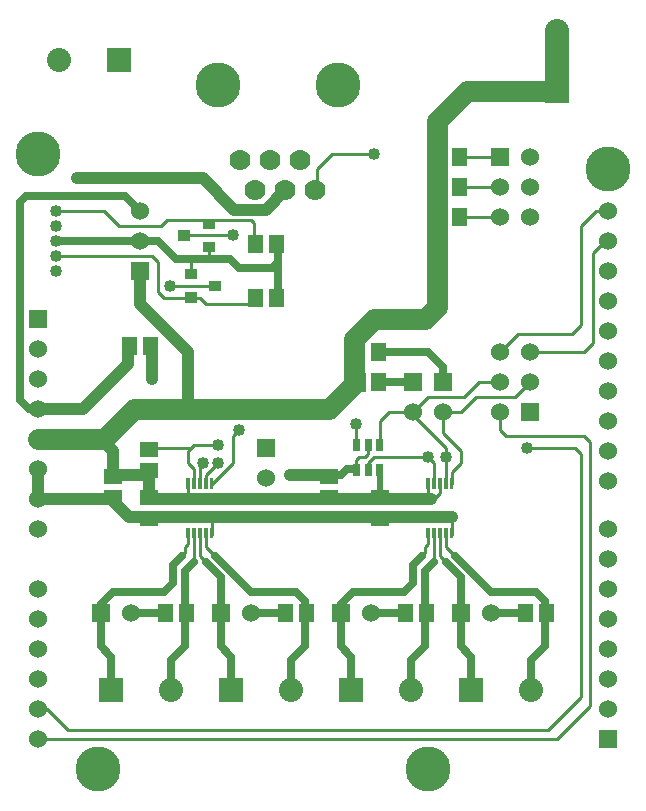
<source format=gbr>
G04 start of page 2 for group 0 idx 0 *
G04 Title: (unknown), component *
G04 Creator: pcb 20110918 *
G04 CreationDate: Sat 02 Feb 2013 09:04:15 PM GMT UTC *
G04 For: petersen *
G04 Format: Gerber/RS-274X *
G04 PCB-Dimensions: 210000 270000 *
G04 PCB-Coordinate-Origin: lower left *
%MOIN*%
%FSLAX25Y25*%
%LNTOP*%
%ADD30C,0.1280*%
%ADD29C,0.0300*%
%ADD28C,0.0240*%
%ADD27C,0.0480*%
%ADD26C,0.0380*%
%ADD25C,0.1285*%
%ADD24R,0.0240X0.0240*%
%ADD23R,0.0340X0.0340*%
%ADD22R,0.0562X0.0562*%
%ADD21R,0.0117X0.0117*%
%ADD20R,0.0512X0.0512*%
%ADD19C,0.0001*%
%ADD18C,0.0600*%
%ADD17C,0.1500*%
%ADD16C,0.0800*%
%ADD15C,0.0200*%
%ADD14C,0.0100*%
%ADD13C,0.0700*%
%ADD12C,0.0400*%
%ADD11C,0.0250*%
G54D11*X34500Y37500D02*Y47500D01*
X31000Y51000D01*
Y65000D01*
G54D12*X22000Y100000D02*X35000D01*
X34500Y108000D02*X46500D01*
X47000Y104000D02*Y101000D01*
X34500Y100000D02*X40500Y94000D01*
X10000Y110000D02*Y100000D01*
X26000D01*
X35000Y116000D02*Y108000D01*
X47000Y100000D02*Y110000D01*
G54D13*X10000Y120000D02*X31000D01*
G54D11*X10000Y130000D02*X7000D01*
X4000Y133000D01*
G54D12*X10000Y130000D02*X25000D01*
G54D14*X75000Y121000D02*X77000Y123000D01*
X47000Y117000D02*X61000D01*
X62000Y118000D01*
X68000Y105000D02*X75000Y112000D01*
Y121000D01*
G54D12*X31000Y120000D02*X35000Y116000D01*
G54D13*X26000Y120000D02*X32000D01*
X42000Y130000D01*
X55000D01*
G54D11*X99000Y62000D02*Y51000D01*
X111000D02*Y62000D01*
Y65000D02*X115000Y69000D01*
X111000Y65000D02*Y58000D01*
X99000Y51000D02*X94500Y46500D01*
Y35500D01*
X114500Y36500D02*Y47500D01*
X111000Y51000D01*
G54D14*X10000Y20000D02*X183000D01*
X20000Y23000D02*X180000D01*
G54D11*X81000Y62000D02*X92000D01*
X41000D02*X53000D01*
X121000D02*X132000D01*
X161000D02*X173000D01*
X54500Y36500D02*Y46500D01*
X59000Y51000D01*
Y63000D01*
X74500Y37500D02*Y47500D01*
X71000Y51000D01*
Y74000D01*
X69000Y81000D02*X81000Y69000D01*
X96000D01*
X99000Y66000D01*
Y60000D01*
G54D14*X10000Y30000D02*X13000D01*
X20000Y23000D01*
G54D11*X134500Y35500D02*Y46500D01*
X139000Y51000D01*
X154500Y36500D02*Y47500D01*
X151000Y51000D01*
X174500Y35500D02*Y46500D01*
X179000Y51000D01*
X151000D02*Y62000D01*
X179000Y51000D02*Y63000D01*
X139000Y61000D02*Y76000D01*
X142000Y79000D01*
X115000Y69000D02*X132000D01*
X135000Y72000D01*
Y78000D01*
X138000Y81000D01*
G54D14*X139000Y82000D01*
Y84000D01*
X140000Y85000D01*
Y89000D01*
X142000D02*Y79000D01*
X144000Y89000D02*Y81000D01*
X146000Y89000D02*Y84000D01*
G54D11*X139000Y51000D02*Y63000D01*
X151000Y51000D02*Y74000D01*
X146000Y79000D01*
G54D14*X144000Y81000D02*X146000Y79000D01*
Y84000D02*X149000Y81000D01*
G54D11*X161000Y69000D01*
X176000D01*
X179000Y66000D01*
Y59000D01*
G54D14*X183000Y20000D02*X187000Y24000D01*
X180000Y23000D02*X184000Y27000D01*
X186000Y23000D02*X194000Y31000D01*
X182000Y25000D02*X191000Y34000D01*
X194000Y31000D02*Y119000D01*
X191000Y34000D02*Y115000D01*
X120000Y109000D02*Y112000D01*
X122000Y114000D01*
X140000D01*
Y106000D02*Y99000D01*
X151000Y116000D02*Y112000D01*
X148000Y109000D01*
Y105000D01*
X116000Y110000D02*Y113000D01*
X117000Y114000D01*
X119000D02*X117000D01*
X120100Y118000D02*Y115100D01*
X119000Y114000D01*
G54D15*X124000Y110000D02*Y100000D01*
G54D11*X59000Y61000D02*Y76000D01*
X62000Y79000D01*
X55000Y72000D02*Y78000D01*
X58000Y81000D01*
X31000Y65000D02*X35000Y69000D01*
X52000D01*
X55000Y72000D01*
G54D14*X58000Y81000D02*X59000Y82000D01*
Y84000D01*
X60000Y85000D01*
Y89000D01*
X62000D02*Y79000D01*
X64000Y89000D02*Y81000D01*
X66000Y89000D02*Y84000D01*
X68000Y88000D02*Y94000D01*
G54D11*X71000Y74000D02*X66000Y79000D01*
G54D14*X64000Y81000D02*X66000Y79000D01*
Y84000D02*X69000Y81000D01*
X60000Y106000D02*Y99000D01*
X62000Y105000D02*Y110000D01*
X66000Y105000D02*Y108000D01*
X68000Y110000D01*
X67000Y109000D02*X71000Y113000D01*
X64000D02*Y105000D01*
X62000Y110000D02*X60000Y112000D01*
Y115000D01*
Y113000D02*Y116000D01*
X62000Y118000D01*
X70000D01*
G54D13*X50000Y130000D02*X107000D01*
G54D12*X45000Y94000D02*X148000D01*
X40500D02*X55000D01*
X46500Y100000D02*X141000D01*
G54D11*X116000Y110000D02*X113000D01*
X111000Y108000D01*
X107000D01*
X106000Y107000D01*
G54D12*X94000Y108000D02*X106000D01*
G54D14*X148000Y88000D02*Y94000D01*
X142000Y100000D02*X144000Y102000D01*
Y105000D01*
X142000D02*Y112000D01*
X140000Y114000D01*
X146000Y105000D02*Y117000D01*
Y116000D02*Y117000D01*
X145000Y122000D02*Y129000D01*
X146000Y117000D02*X134000Y129000D01*
X135000D02*X140000Y134000D01*
X152000D01*
X157000Y139000D01*
X145000Y129000D02*X151000D01*
X156000Y134000D01*
G54D11*X123000Y139000D02*X135000D01*
G54D14*X157000D02*X164000D01*
X156000Y134000D02*X169000D01*
X174000Y139000D01*
G54D13*X107000Y130000D02*X115500Y138500D01*
G54D14*X200000Y186000D02*X199000D01*
X195000Y182000D01*
Y152000D01*
X188000Y155000D02*X191000Y158000D01*
Y191000D01*
X196000Y196000D01*
X200000D01*
G54D16*X183000Y236000D02*Y256000D01*
G54D14*X194000Y119000D02*X192000Y121000D01*
X191000Y115000D02*X189000Y117000D01*
X192000Y121000D02*X166000D01*
X164000Y123000D01*
Y129000D01*
X189000Y117000D02*X176000D01*
X173000D01*
X116000D02*Y125000D01*
X124000Y117000D02*Y126000D01*
X127000Y129000D01*
X135000D01*
X145000Y123000D02*Y122000D01*
X151000Y116000D01*
X195000Y152000D02*X192000Y149000D01*
X174000D01*
X170000Y155000D02*X188000D01*
X164000Y149000D02*X170000Y155000D01*
G54D11*X123000Y149000D02*X140000D01*
X145000Y144000D01*
Y138000D01*
G54D13*X115500Y138500D02*Y153500D01*
X122000Y160000D01*
X139000D01*
X143000Y164000D01*
G54D14*X150000Y214000D02*X164000D01*
Y204000D02*X149000D01*
X164000Y194000D02*X150000D01*
G54D12*X144000Y215000D02*Y193000D01*
G54D13*X143000Y164000D02*Y214000D01*
Y209000D02*Y226000D01*
X153000Y236000D01*
G54D14*X108000Y215000D02*X122000D01*
G54D13*X153000Y236000D02*X183000D01*
G54D11*X16000Y186000D02*X45000D01*
G54D14*X16000Y181000D02*X48000D01*
G54D11*X43000Y186000D02*X50000D01*
X4000Y133000D02*Y199000D01*
X6000Y201000D01*
X39000D01*
X44000Y196000D01*
G54D14*X16000D02*X32000D01*
X37000Y191000D01*
G54D12*X25000Y130000D02*X40000Y145000D01*
Y150000D01*
X48000D02*Y140000D01*
X44000Y176000D02*Y165000D01*
X49000Y160000D01*
G54D14*X48000Y181000D02*X50000Y179000D01*
Y169000D01*
X52000Y167000D01*
G54D12*X60000Y131500D02*Y149000D01*
X48000Y161000D01*
G54D14*X61000Y175000D02*Y180000D01*
X37000Y191000D02*X51000D01*
X53000Y193000D01*
X68000D01*
X65000D02*X72000D01*
X71000D02*X81000D01*
X82000Y192000D01*
G54D12*X92500Y203000D02*X86000Y196500D01*
X75500D01*
X65000Y207000D01*
X23000D02*X65000D01*
G54D14*X103000Y203000D02*Y210000D01*
X108000Y215000D01*
X52000Y167000D02*X64000D01*
G54D11*X50000Y186000D02*X56000Y180000D01*
G54D14*X64000Y167000D02*X66000Y165000D01*
X84000D01*
X54000Y171000D02*X70000D01*
G54D11*X77000Y177000D02*X88000D01*
X90000Y179000D01*
Y185000D01*
Y166000D01*
G54D14*X82000Y192000D02*Y184000D01*
G54D11*X56000Y180000D02*X74000D01*
X77000Y177000D01*
G54D14*X59000Y188000D02*X75000D01*
X67000Y184000D02*Y180000D01*
G54D17*X200000Y210000D03*
G54D18*Y70000D03*
Y80000D03*
Y90000D03*
Y106000D03*
Y116000D03*
Y126000D03*
Y136000D03*
Y146000D03*
Y156000D03*
Y166000D03*
Y186000D03*
Y196000D03*
G54D19*G36*
X161000Y217000D02*Y211000D01*
X167000D01*
Y217000D01*
X161000D01*
G37*
G54D18*X174000Y214000D03*
G54D19*G36*
X179000Y240000D02*Y232000D01*
X187000D01*
Y240000D01*
X179000D01*
G37*
G54D16*X183000Y256000D03*
G54D18*X164000Y204000D03*
X174000D03*
X164000Y194000D03*
X174000D03*
G54D17*X140000Y10000D03*
G54D19*G36*
X110500Y40500D02*Y32500D01*
X118500D01*
Y40500D01*
X110500D01*
G37*
G54D16*X134500Y36500D03*
G54D19*G36*
X197000Y23000D02*Y17000D01*
X203000D01*
Y23000D01*
X197000D01*
G37*
G54D18*X200000Y30000D03*
Y40000D03*
Y50000D03*
Y60000D03*
G54D19*G36*
X150500Y40500D02*Y32500D01*
X158500D01*
Y40500D01*
X150500D01*
G37*
G36*
X108000Y65000D02*Y59000D01*
X114000D01*
Y65000D01*
X108000D01*
G37*
G54D18*X121000Y62000D03*
G54D19*G36*
X148000Y65000D02*Y59000D01*
X154000D01*
Y65000D01*
X148000D01*
G37*
G54D18*X161000Y62000D03*
X200000Y176000D03*
G54D16*X174500Y36500D03*
G54D19*G36*
X171000Y132000D02*Y126000D01*
X177000D01*
Y132000D01*
X171000D01*
G37*
G54D18*X174000Y139000D03*
Y149000D03*
G54D19*G36*
X132000Y142000D02*Y136000D01*
X138000D01*
Y142000D01*
X132000D01*
G37*
G54D18*X135000Y129000D03*
G54D19*G36*
X142000Y142000D02*Y136000D01*
X148000D01*
Y142000D01*
X142000D01*
G37*
G54D18*X145000Y129000D03*
X164000D03*
Y139000D03*
Y149000D03*
G54D17*X30000Y10000D03*
G54D18*X10000Y60000D03*
G54D19*G36*
X68000Y65000D02*Y59000D01*
X74000D01*
Y65000D01*
X68000D01*
G37*
G54D18*X81000Y62000D03*
G54D19*G36*
X28000Y65000D02*Y59000D01*
X34000D01*
Y65000D01*
X28000D01*
G37*
G54D18*X41000Y62000D03*
X10000Y50000D03*
Y40000D03*
Y30000D03*
Y20000D03*
G54D19*G36*
X70500Y40500D02*Y32500D01*
X78500D01*
Y40500D01*
X70500D01*
G37*
G36*
X30500D02*Y32500D01*
X38500D01*
Y40500D01*
X30500D01*
G37*
G54D16*X54500Y36500D03*
X94500D03*
G54D17*X10000Y215000D03*
G54D12*X16000Y196000D03*
G54D18*X10000Y110000D03*
Y100000D03*
Y90000D03*
G54D19*G36*
X7000Y163000D02*Y157000D01*
X13000D01*
Y163000D01*
X7000D01*
G37*
G54D18*X10000Y150000D03*
Y140000D03*
Y130000D03*
Y120000D03*
G54D12*X16000Y191000D03*
G54D19*G36*
X33000Y250500D02*Y242500D01*
X41000D01*
Y250500D01*
X33000D01*
G37*
G54D16*X17000Y246500D03*
G54D12*X16000Y186000D03*
Y181000D03*
G54D18*X10000Y70000D03*
G54D12*X16000Y176000D03*
G54D19*G36*
X41000Y179000D02*Y173000D01*
X47000D01*
Y179000D01*
X41000D01*
G37*
G36*
X83000Y120000D02*Y114000D01*
X89000D01*
Y120000D01*
X83000D01*
G37*
G54D18*X86000Y107000D03*
G54D13*X102500Y203000D03*
X97500Y213000D03*
X92500Y203000D03*
X87500Y213000D03*
X82500Y203000D03*
X77500Y213000D03*
G54D17*X70000Y238000D03*
X110000D03*
G54D18*X44000Y186000D03*
Y196000D03*
G54D20*X46607Y116543D02*X47393D01*
X46607Y109457D02*X47393D01*
X34607Y100457D02*X35393D01*
X34607Y107543D02*X35393D01*
X46607Y100543D02*X47393D01*
X46607Y93457D02*X47393D01*
X40457Y151393D02*Y150607D01*
G54D21*X67940Y106395D02*Y104097D01*
X65970Y106395D02*Y104097D01*
X64000Y106395D02*Y104097D01*
X62030Y106395D02*Y104097D01*
X60060Y106395D02*Y104097D01*
G54D20*X143457Y194393D02*Y193607D01*
X150543Y194393D02*Y193607D01*
Y204393D02*Y203607D01*
X143457Y204393D02*Y203607D01*
X150543Y214393D02*Y213607D01*
X143457Y214393D02*Y213607D01*
X47543Y151393D02*Y150607D01*
X123543Y149393D02*Y148607D01*
X116457Y149393D02*Y148607D01*
X82457Y185393D02*Y184607D01*
Y167393D02*Y166607D01*
X123543Y139393D02*Y138607D01*
G54D22*X116457Y139393D02*Y138607D01*
G54D23*X66700Y184000D02*X67300D01*
X66700Y191800D02*X67300D01*
X58500Y187900D02*X59100D01*
X60700Y175000D02*X61300D01*
X60700Y167200D02*X61300D01*
X68900Y171100D02*X69500D01*
G54D20*X89543Y185393D02*Y184607D01*
Y167393D02*Y166607D01*
X92457Y62393D02*Y61607D01*
X99543Y62393D02*Y61607D01*
G54D21*X60060Y89903D02*Y87605D01*
X62030Y89903D02*Y87605D01*
X64000Y89903D02*Y87605D01*
X65970Y89903D02*Y87605D01*
X67940Y89903D02*Y87605D01*
G54D20*X52457Y62393D02*Y61607D01*
X59543Y62393D02*Y61607D01*
X172457Y62393D02*Y61607D01*
X179543Y62393D02*Y61607D01*
X132457Y62393D02*Y61607D01*
X139543Y62393D02*Y61607D01*
G54D21*X140060Y89903D02*Y87605D01*
X142030Y89903D02*Y87605D01*
X144000Y89903D02*Y87605D01*
X145970Y89903D02*Y87605D01*
X147940Y89903D02*Y87605D01*
Y106395D02*Y104097D01*
X145970Y106395D02*Y104097D01*
X144000Y106395D02*Y104097D01*
X142030Y106395D02*Y104097D01*
X140060Y106395D02*Y104097D01*
G54D24*X124000Y118800D02*Y117200D01*
X120100Y118800D02*Y117200D01*
X116200Y118800D02*Y117200D01*
Y110600D02*Y109000D01*
G54D20*X106607Y100457D02*X107393D01*
X106607Y107543D02*X107393D01*
G54D24*X120100Y110600D02*Y109000D01*
X124000Y110600D02*Y109000D01*
G54D20*X123607Y100543D02*X124393D01*
X123607Y93457D02*X124393D01*
G54D12*X48000Y140000D03*
Y145000D03*
X54000Y171000D03*
X75000Y188000D03*
X23000Y207000D03*
X29000D03*
X35000D03*
X41000D03*
X122000Y215000D03*
X146000Y114000D03*
X140000D03*
X173000Y117000D03*
X116000Y125000D03*
X64000Y94000D03*
X59000D03*
X54000D03*
X70000Y112000D03*
Y118000D03*
X65000Y112000D03*
X94000Y108000D03*
X100000D03*
X77000Y123000D03*
G54D15*G54D25*G54D26*G54D27*G54D26*G54D25*G54D27*G54D26*G54D27*G54D26*G54D27*G54D26*G54D25*G54D26*G54D27*G54D25*G54D28*G54D26*G54D28*G54D27*G54D28*G54D26*G54D28*G54D26*G54D29*G54D30*G54D26*M02*

</source>
